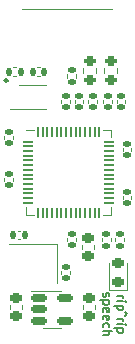
<source format=gbr>
%TF.GenerationSoftware,KiCad,Pcbnew,7.0.9*%
%TF.CreationDate,2024-01-15T07:30:31+01:00*%
%TF.ProjectId,usb_dongle_hw,7573625f-646f-46e6-976c-655f68772e6b,rev?*%
%TF.SameCoordinates,Original*%
%TF.FileFunction,Legend,Top*%
%TF.FilePolarity,Positive*%
%FSLAX46Y46*%
G04 Gerber Fmt 4.6, Leading zero omitted, Abs format (unit mm)*
G04 Created by KiCad (PCBNEW 7.0.9) date 2024-01-15 07:30:31*
%MOMM*%
%LPD*%
G01*
G04 APERTURE LIST*
G04 Aperture macros list*
%AMRoundRect*
0 Rectangle with rounded corners*
0 $1 Rounding radius*
0 $2 $3 $4 $5 $6 $7 $8 $9 X,Y pos of 4 corners*
0 Add a 4 corners polygon primitive as box body*
4,1,4,$2,$3,$4,$5,$6,$7,$8,$9,$2,$3,0*
0 Add four circle primitives for the rounded corners*
1,1,$1+$1,$2,$3*
1,1,$1+$1,$4,$5*
1,1,$1+$1,$6,$7*
1,1,$1+$1,$8,$9*
0 Add four rect primitives between the rounded corners*
20,1,$1+$1,$2,$3,$4,$5,0*
20,1,$1+$1,$4,$5,$6,$7,0*
20,1,$1+$1,$6,$7,$8,$9,0*
20,1,$1+$1,$8,$9,$2,$3,0*%
G04 Aperture macros list end*
%ADD10C,0.150000*%
%ADD11C,0.120000*%
%ADD12C,0.100000*%
%ADD13C,0.250000*%
%ADD14RoundRect,0.200000X-0.275000X0.200000X-0.275000X-0.200000X0.275000X-0.200000X0.275000X0.200000X0*%
%ADD15RoundRect,0.140000X-0.170000X0.140000X-0.170000X-0.140000X0.170000X-0.140000X0.170000X0.140000X0*%
%ADD16RoundRect,0.225000X-0.250000X0.225000X-0.250000X-0.225000X0.250000X-0.225000X0.250000X0.225000X0*%
%ADD17RoundRect,0.135000X0.185000X-0.135000X0.185000X0.135000X-0.185000X0.135000X-0.185000X-0.135000X0*%
%ADD18RoundRect,0.140000X0.170000X-0.140000X0.170000X0.140000X-0.170000X0.140000X-0.170000X-0.140000X0*%
%ADD19RoundRect,0.050000X-0.387500X-0.050000X0.387500X-0.050000X0.387500X0.050000X-0.387500X0.050000X0*%
%ADD20RoundRect,0.050000X-0.050000X-0.387500X0.050000X-0.387500X0.050000X0.387500X-0.050000X0.387500X0*%
%ADD21R,3.200000X3.200000*%
%ADD22RoundRect,0.135000X-0.135000X-0.185000X0.135000X-0.185000X0.135000X0.185000X-0.135000X0.185000X0*%
%ADD23R,1.400000X1.200000*%
%ADD24R,0.300000X0.900000*%
%ADD25O,0.800000X2.300000*%
%ADD26R,0.800000X2.000000*%
%ADD27RoundRect,0.150000X-0.512500X-0.150000X0.512500X-0.150000X0.512500X0.150000X-0.512500X0.150000X0*%
%ADD28RoundRect,0.140000X-0.140000X-0.170000X0.140000X-0.170000X0.140000X0.170000X-0.140000X0.170000X0*%
%ADD29RoundRect,0.218750X0.256250X-0.218750X0.256250X0.218750X-0.256250X0.218750X-0.256250X-0.218750X0*%
G04 APERTURE END LIST*
D10*
X81723485Y-124905486D02*
X82223485Y-124905486D01*
X82080628Y-124905486D02*
X82152057Y-124941200D01*
X82152057Y-124941200D02*
X82187771Y-124976915D01*
X82187771Y-124976915D02*
X82223485Y-125048343D01*
X82223485Y-125048343D02*
X82223485Y-125119772D01*
X81723485Y-125369772D02*
X82223485Y-125369772D01*
X82473485Y-125369772D02*
X82437771Y-125334058D01*
X82437771Y-125334058D02*
X82402057Y-125369772D01*
X82402057Y-125369772D02*
X82437771Y-125405486D01*
X82437771Y-125405486D02*
X82473485Y-125369772D01*
X82473485Y-125369772D02*
X82402057Y-125369772D01*
X82223485Y-125726915D02*
X81473485Y-125726915D01*
X82187771Y-125726915D02*
X82223485Y-125798344D01*
X82223485Y-125798344D02*
X82223485Y-125941201D01*
X82223485Y-125941201D02*
X82187771Y-126012629D01*
X82187771Y-126012629D02*
X82152057Y-126048344D01*
X82152057Y-126048344D02*
X82080628Y-126084058D01*
X82080628Y-126084058D02*
X81866342Y-126084058D01*
X81866342Y-126084058D02*
X81794914Y-126048344D01*
X81794914Y-126048344D02*
X81759200Y-126012629D01*
X81759200Y-126012629D02*
X81723485Y-125941201D01*
X81723485Y-125941201D02*
X81723485Y-125798344D01*
X81723485Y-125798344D02*
X81759200Y-125726915D01*
X82402057Y-126298343D02*
X82509200Y-126441200D01*
X82509200Y-126441200D02*
X82402057Y-126584057D01*
X81723485Y-126834057D02*
X82223485Y-126834057D01*
X82080628Y-126834057D02*
X82152057Y-126869771D01*
X82152057Y-126869771D02*
X82187771Y-126905486D01*
X82187771Y-126905486D02*
X82223485Y-126976914D01*
X82223485Y-126976914D02*
X82223485Y-127048343D01*
X81723485Y-127298343D02*
X82223485Y-127298343D01*
X82473485Y-127298343D02*
X82437771Y-127262629D01*
X82437771Y-127262629D02*
X82402057Y-127298343D01*
X82402057Y-127298343D02*
X82437771Y-127334057D01*
X82437771Y-127334057D02*
X82473485Y-127298343D01*
X82473485Y-127298343D02*
X82402057Y-127298343D01*
X82223485Y-127655486D02*
X81473485Y-127655486D01*
X82187771Y-127655486D02*
X82223485Y-127726915D01*
X82223485Y-127726915D02*
X82223485Y-127869772D01*
X82223485Y-127869772D02*
X82187771Y-127941200D01*
X82187771Y-127941200D02*
X82152057Y-127976915D01*
X82152057Y-127976915D02*
X82080628Y-128012629D01*
X82080628Y-128012629D02*
X81866342Y-128012629D01*
X81866342Y-128012629D02*
X81794914Y-127976915D01*
X81794914Y-127976915D02*
X81759200Y-127941200D01*
X81759200Y-127941200D02*
X81723485Y-127869772D01*
X81723485Y-127869772D02*
X81723485Y-127726915D01*
X81723485Y-127726915D02*
X81759200Y-127655486D01*
X80551700Y-124637629D02*
X80515985Y-124709057D01*
X80515985Y-124709057D02*
X80515985Y-124851914D01*
X80515985Y-124851914D02*
X80551700Y-124923343D01*
X80551700Y-124923343D02*
X80623128Y-124959057D01*
X80623128Y-124959057D02*
X80658842Y-124959057D01*
X80658842Y-124959057D02*
X80730271Y-124923343D01*
X80730271Y-124923343D02*
X80765985Y-124851914D01*
X80765985Y-124851914D02*
X80765985Y-124744772D01*
X80765985Y-124744772D02*
X80801700Y-124673343D01*
X80801700Y-124673343D02*
X80873128Y-124637629D01*
X80873128Y-124637629D02*
X80908842Y-124637629D01*
X80908842Y-124637629D02*
X80980271Y-124673343D01*
X80980271Y-124673343D02*
X81015985Y-124744772D01*
X81015985Y-124744772D02*
X81015985Y-124851914D01*
X81015985Y-124851914D02*
X80980271Y-124923343D01*
X81015985Y-125280486D02*
X80265985Y-125280486D01*
X80980271Y-125280486D02*
X81015985Y-125351915D01*
X81015985Y-125351915D02*
X81015985Y-125494772D01*
X81015985Y-125494772D02*
X80980271Y-125566200D01*
X80980271Y-125566200D02*
X80944557Y-125601915D01*
X80944557Y-125601915D02*
X80873128Y-125637629D01*
X80873128Y-125637629D02*
X80658842Y-125637629D01*
X80658842Y-125637629D02*
X80587414Y-125601915D01*
X80587414Y-125601915D02*
X80551700Y-125566200D01*
X80551700Y-125566200D02*
X80515985Y-125494772D01*
X80515985Y-125494772D02*
X80515985Y-125351915D01*
X80515985Y-125351915D02*
X80551700Y-125280486D01*
X80551700Y-126244771D02*
X80515985Y-126173343D01*
X80515985Y-126173343D02*
X80515985Y-126030486D01*
X80515985Y-126030486D02*
X80551700Y-125959057D01*
X80551700Y-125959057D02*
X80623128Y-125923343D01*
X80623128Y-125923343D02*
X80908842Y-125923343D01*
X80908842Y-125923343D02*
X80980271Y-125959057D01*
X80980271Y-125959057D02*
X81015985Y-126030486D01*
X81015985Y-126030486D02*
X81015985Y-126173343D01*
X81015985Y-126173343D02*
X80980271Y-126244771D01*
X80980271Y-126244771D02*
X80908842Y-126280486D01*
X80908842Y-126280486D02*
X80837414Y-126280486D01*
X80837414Y-126280486D02*
X80765985Y-125923343D01*
X80551700Y-126887628D02*
X80515985Y-126816200D01*
X80515985Y-126816200D02*
X80515985Y-126673343D01*
X80515985Y-126673343D02*
X80551700Y-126601914D01*
X80551700Y-126601914D02*
X80623128Y-126566200D01*
X80623128Y-126566200D02*
X80908842Y-126566200D01*
X80908842Y-126566200D02*
X80980271Y-126601914D01*
X80980271Y-126601914D02*
X81015985Y-126673343D01*
X81015985Y-126673343D02*
X81015985Y-126816200D01*
X81015985Y-126816200D02*
X80980271Y-126887628D01*
X80980271Y-126887628D02*
X80908842Y-126923343D01*
X80908842Y-126923343D02*
X80837414Y-126923343D01*
X80837414Y-126923343D02*
X80765985Y-126566200D01*
X80551700Y-127566200D02*
X80515985Y-127494771D01*
X80515985Y-127494771D02*
X80515985Y-127351914D01*
X80515985Y-127351914D02*
X80551700Y-127280485D01*
X80551700Y-127280485D02*
X80587414Y-127244771D01*
X80587414Y-127244771D02*
X80658842Y-127209057D01*
X80658842Y-127209057D02*
X80873128Y-127209057D01*
X80873128Y-127209057D02*
X80944557Y-127244771D01*
X80944557Y-127244771D02*
X80980271Y-127280485D01*
X80980271Y-127280485D02*
X81015985Y-127351914D01*
X81015985Y-127351914D02*
X81015985Y-127494771D01*
X81015985Y-127494771D02*
X80980271Y-127566200D01*
X80515985Y-127887628D02*
X81265985Y-127887628D01*
X80515985Y-128209057D02*
X80908842Y-128209057D01*
X80908842Y-128209057D02*
X80980271Y-128173342D01*
X80980271Y-128173342D02*
X81015985Y-128101914D01*
X81015985Y-128101914D02*
X81015985Y-127994771D01*
X81015985Y-127994771D02*
X80980271Y-127923342D01*
X80980271Y-127923342D02*
X80944557Y-127887628D01*
D11*
%TO.C,R5*%
X79897500Y-105587742D02*
X79897500Y-106062258D01*
X78852500Y-105587742D02*
X78852500Y-106062258D01*
%TO.C,C8*%
X78211000Y-120034164D02*
X78211000Y-120249836D01*
X77491000Y-120034164D02*
X77491000Y-120249836D01*
%TO.C,C16*%
X79874000Y-125716420D02*
X79874000Y-125997580D01*
X78854000Y-125716420D02*
X78854000Y-125997580D01*
%TO.C,R1*%
X80392000Y-120295641D02*
X80392000Y-119988359D01*
X81152000Y-120295641D02*
X81152000Y-119988359D01*
%TO.C,C2*%
X76983000Y-123043836D02*
X76983000Y-122828164D01*
X77703000Y-123043836D02*
X77703000Y-122828164D01*
%TO.C,C14*%
X81682000Y-108565836D02*
X81682000Y-108350164D01*
X82402000Y-108565836D02*
X82402000Y-108350164D01*
%TO.C,C10*%
X76983000Y-108565836D02*
X76983000Y-108350164D01*
X77703000Y-108565836D02*
X77703000Y-108350164D01*
%TO.C,C4*%
X79758000Y-120636420D02*
X79758000Y-120917580D01*
X78738000Y-120636420D02*
X78738000Y-120917580D01*
%TO.C,C9*%
X82910000Y-112414164D02*
X82910000Y-112629836D01*
X82190000Y-112414164D02*
X82190000Y-112629836D01*
%TO.C,U1*%
X73984000Y-118045500D02*
X73984000Y-117395500D01*
X74634000Y-110825500D02*
X73984000Y-110825500D01*
X74634000Y-118045500D02*
X73984000Y-118045500D01*
X80554000Y-110825500D02*
X81204000Y-110825500D01*
X80554000Y-118045500D02*
X81204000Y-118045500D01*
X81204000Y-110825500D02*
X81204000Y-111475500D01*
X81204000Y-118045500D02*
X81204000Y-117395500D01*
%TO.C,C15*%
X73662000Y-125716420D02*
X73662000Y-125997580D01*
X72642000Y-125716420D02*
X72642000Y-125997580D01*
%TO.C,R3*%
X72871359Y-105542000D02*
X73178641Y-105542000D01*
X72871359Y-106302000D02*
X73178641Y-106302000D01*
%TO.C,Y1*%
X76592000Y-123813000D02*
X76592000Y-120513000D01*
X76592000Y-120513000D02*
X72592000Y-120513000D01*
%TO.C,C13*%
X72157000Y-111585836D02*
X72157000Y-111370164D01*
X72877000Y-111585836D02*
X72877000Y-111370164D01*
D12*
%TO.C,J1*%
X81270000Y-100608000D02*
X73670000Y-100608000D01*
D11*
%TO.C,C5*%
X80539000Y-108565836D02*
X80539000Y-108350164D01*
X81259000Y-108565836D02*
X81259000Y-108350164D01*
%TO.C,C7*%
X82910000Y-116478164D02*
X82910000Y-116693836D01*
X82190000Y-116478164D02*
X82190000Y-116693836D01*
%TO.C,U3*%
X76194500Y-124485000D02*
X74394500Y-124485000D01*
X76194500Y-124485000D02*
X76994500Y-124485000D01*
X76194500Y-127605000D02*
X75394500Y-127605000D01*
X76194500Y-127605000D02*
X76994500Y-127605000D01*
%TO.C,C12*%
X72157000Y-115169836D02*
X72157000Y-114954164D01*
X72877000Y-115169836D02*
X72877000Y-114954164D01*
%TO.C,C6*%
X78126000Y-108565836D02*
X78126000Y-108350164D01*
X78846000Y-108565836D02*
X78846000Y-108350164D01*
%TO.C,C11*%
X74949164Y-105562000D02*
X75164836Y-105562000D01*
X74949164Y-106282000D02*
X75164836Y-106282000D01*
%TO.C,R4*%
X77471000Y-106452641D02*
X77471000Y-106145359D01*
X78231000Y-106452641D02*
X78231000Y-106145359D01*
%TO.C,C1*%
X73298164Y-119401000D02*
X73513836Y-119401000D01*
X73298164Y-120121000D02*
X73513836Y-120121000D01*
D12*
%TO.C,U2*%
X73415000Y-107081000D02*
X75665000Y-107081000D01*
X75665000Y-109081000D02*
X72665000Y-109081000D01*
D13*
X72440000Y-106681000D02*
G75*
G03*
X72440000Y-106681000I-125000J0D01*
G01*
D11*
%TO.C,C3*%
X79269000Y-108565836D02*
X79269000Y-108350164D01*
X79989000Y-108565836D02*
X79989000Y-108350164D01*
%TO.C,R6*%
X81675500Y-105587742D02*
X81675500Y-106062258D01*
X80630500Y-105587742D02*
X80630500Y-106062258D01*
%TO.C,R2*%
X81535000Y-120295641D02*
X81535000Y-119988359D01*
X82295000Y-120295641D02*
X82295000Y-119988359D01*
%TO.C,D1*%
X81053000Y-124421000D02*
X82523000Y-124421000D01*
X82523000Y-124421000D02*
X82523000Y-122136000D01*
X81053000Y-122136000D02*
X81053000Y-124421000D01*
%TD*%
%LPC*%
D14*
%TO.C,R5*%
X79375000Y-105000000D03*
X79375000Y-106650000D03*
%TD*%
D15*
%TO.C,C8*%
X77851000Y-119662000D03*
X77851000Y-120622000D03*
%TD*%
D16*
%TO.C,C16*%
X79364000Y-125082000D03*
X79364000Y-126632000D03*
%TD*%
D17*
%TO.C,R1*%
X80772000Y-120652000D03*
X80772000Y-119632000D03*
%TD*%
D18*
%TO.C,C2*%
X77343000Y-123416000D03*
X77343000Y-122456000D03*
%TD*%
%TO.C,C14*%
X82042000Y-108938000D03*
X82042000Y-107978000D03*
%TD*%
%TO.C,C10*%
X77343000Y-108938000D03*
X77343000Y-107978000D03*
%TD*%
D16*
%TO.C,C4*%
X79248000Y-120002000D03*
X79248000Y-121552000D03*
%TD*%
D15*
%TO.C,C9*%
X82550000Y-112042000D03*
X82550000Y-113002000D03*
%TD*%
D19*
%TO.C,U1*%
X74156500Y-111835500D03*
X74156500Y-112235500D03*
X74156500Y-112635500D03*
X74156500Y-113035500D03*
X74156500Y-113435500D03*
X74156500Y-113835500D03*
X74156500Y-114235500D03*
X74156500Y-114635500D03*
X74156500Y-115035500D03*
X74156500Y-115435500D03*
X74156500Y-115835500D03*
X74156500Y-116235500D03*
X74156500Y-116635500D03*
X74156500Y-117035500D03*
D20*
X74994000Y-117873000D03*
X75394000Y-117873000D03*
X75794000Y-117873000D03*
X76194000Y-117873000D03*
X76594000Y-117873000D03*
X76994000Y-117873000D03*
X77394000Y-117873000D03*
X77794000Y-117873000D03*
X78194000Y-117873000D03*
X78594000Y-117873000D03*
X78994000Y-117873000D03*
X79394000Y-117873000D03*
X79794000Y-117873000D03*
X80194000Y-117873000D03*
D19*
X81031500Y-117035500D03*
X81031500Y-116635500D03*
X81031500Y-116235500D03*
X81031500Y-115835500D03*
X81031500Y-115435500D03*
X81031500Y-115035500D03*
X81031500Y-114635500D03*
X81031500Y-114235500D03*
X81031500Y-113835500D03*
X81031500Y-113435500D03*
X81031500Y-113035500D03*
X81031500Y-112635500D03*
X81031500Y-112235500D03*
X81031500Y-111835500D03*
D20*
X80194000Y-110998000D03*
X79794000Y-110998000D03*
X79394000Y-110998000D03*
X78994000Y-110998000D03*
X78594000Y-110998000D03*
X78194000Y-110998000D03*
X77794000Y-110998000D03*
X77394000Y-110998000D03*
X76994000Y-110998000D03*
X76594000Y-110998000D03*
X76194000Y-110998000D03*
X75794000Y-110998000D03*
X75394000Y-110998000D03*
X74994000Y-110998000D03*
D21*
X77594000Y-114435500D03*
%TD*%
D16*
%TO.C,C15*%
X73152000Y-125082000D03*
X73152000Y-126632000D03*
%TD*%
D22*
%TO.C,R3*%
X72515000Y-105922000D03*
X73535000Y-105922000D03*
%TD*%
D23*
%TO.C,Y1*%
X75692000Y-121313000D03*
X73492000Y-121313000D03*
X73492000Y-123013000D03*
X75692000Y-123013000D03*
%TD*%
D18*
%TO.C,C13*%
X72517000Y-111958000D03*
X72517000Y-110998000D03*
%TD*%
D24*
%TO.C,J1*%
X74720000Y-103108000D03*
X75220000Y-103108000D03*
X75720000Y-103108000D03*
X76220000Y-103108000D03*
X78720000Y-103108000D03*
X79220000Y-103108000D03*
X79720000Y-103108000D03*
X80220000Y-103108000D03*
X78220000Y-103108000D03*
X77720000Y-103108000D03*
X77220000Y-103108000D03*
X76720000Y-103108000D03*
D25*
X81745000Y-102708000D03*
D26*
X81045000Y-101908000D03*
X73895000Y-101908000D03*
D25*
X73195000Y-102708000D03*
%TD*%
D18*
%TO.C,C5*%
X80899000Y-108938000D03*
X80899000Y-107978000D03*
%TD*%
D15*
%TO.C,C7*%
X82550000Y-116106000D03*
X82550000Y-117066000D03*
%TD*%
D27*
%TO.C,U3*%
X75057000Y-125095000D03*
X75057000Y-126045000D03*
X75057000Y-126995000D03*
X77332000Y-126995000D03*
X77332000Y-125095000D03*
%TD*%
D18*
%TO.C,C12*%
X72517000Y-115542000D03*
X72517000Y-114582000D03*
%TD*%
%TO.C,C6*%
X78486000Y-108938000D03*
X78486000Y-107978000D03*
%TD*%
D28*
%TO.C,C11*%
X74577000Y-105922000D03*
X75537000Y-105922000D03*
%TD*%
D17*
%TO.C,R4*%
X77851000Y-106809000D03*
X77851000Y-105789000D03*
%TD*%
D28*
%TO.C,C1*%
X72926000Y-119761000D03*
X73886000Y-119761000D03*
%TD*%
D18*
%TO.C,C3*%
X79629000Y-108938000D03*
X79629000Y-107978000D03*
%TD*%
D14*
%TO.C,R6*%
X81153000Y-105000000D03*
X81153000Y-106650000D03*
%TD*%
D17*
%TO.C,R2*%
X81915000Y-120652000D03*
X81915000Y-119632000D03*
%TD*%
D29*
%TO.C,D1*%
X81788000Y-123723500D03*
X81788000Y-122148500D03*
%TD*%
%LPD*%
M02*

</source>
